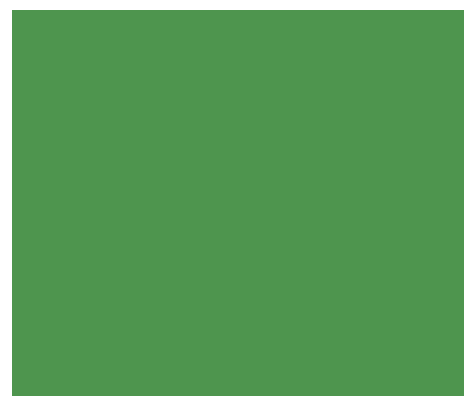
<source format=gbr>
G04 DipTrace 2.4.0.2*
%INBoard.gbr*%
%MOIN*%
%ADD11C,0.0055*%
%FSLAX44Y44*%
G04*
G70*
G90*
G75*
G01*
%LNBoardPoly*%
%LPD*%
G36*
X3937Y16812D2*
D11*
X19000D1*
Y3937D1*
X3937D1*
Y16812D1*
G37*
M02*

</source>
